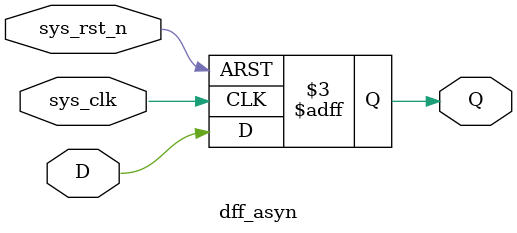
<source format=v>
module dff_asyn(
    input   sys_clk,
    input   sys_rst_n,
    input   D,
    output  Q
);

	// 代码量预计5行
    reg Q;

    always @(posedge sys_clk, negedge sys_rst_n) begin
    
        if (~sys_rst_n) Q <= 0;
        else            Q <= D;
    
    end


endmodule

</source>
